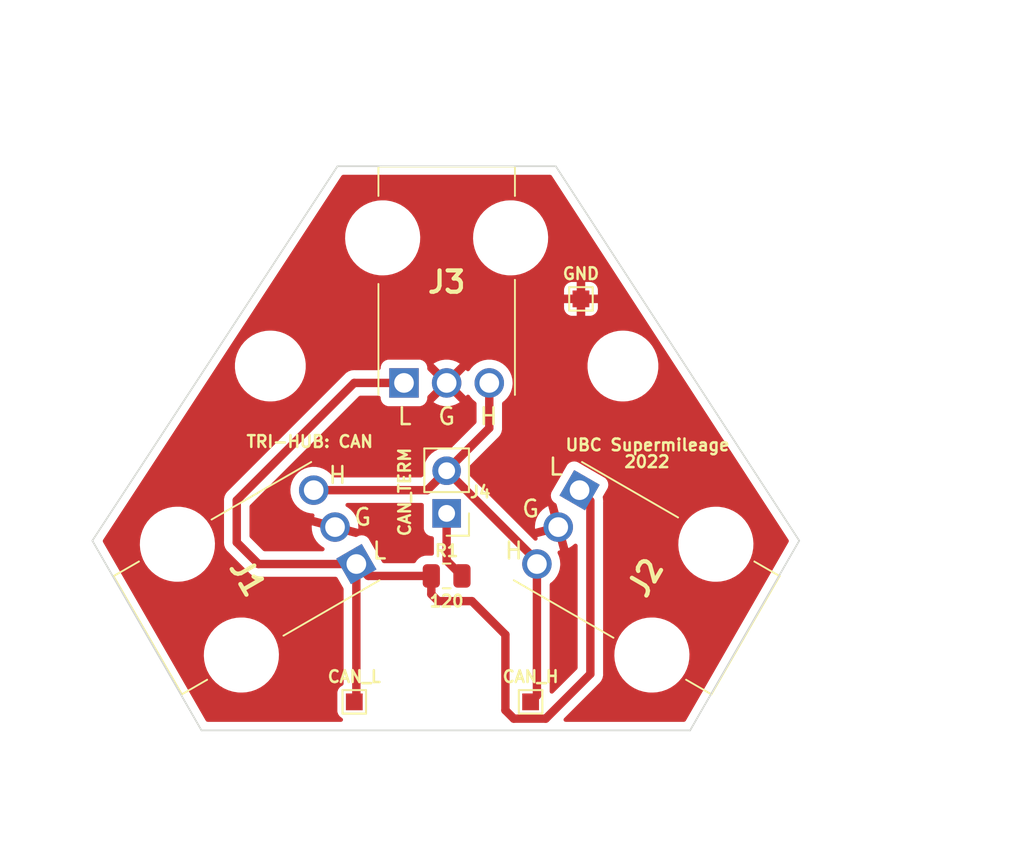
<source format=kicad_pcb>
(kicad_pcb (version 20211014) (generator pcbnew)
  (layers (0 "F.Cu" signal) (31 "B.Cu" signal) (34 "B.Paste" user) (35 "F.Paste" user) (36 "B.SilkS" user "B.Silkscreen") (37 "F.SilkS" user "F.Silkscreen") (38 "B.Mask" user) (39 "F.Mask" user) (44 "Edge.Cuts" user))
  (net 0 "")
  (net 1 "CAN_H")
  (net 2 "CAN_L")
  (net 3 "GND")
  (net 4 "Net-(J4-Pad1)")
  (footprint "Connector_PinHeader_2.54mm:PinHeader_1x02_P2.54mm_Vertical" (layer "F.Cu") (at 157.5 100.775 180)
    (fp_text reference "J4" (at -2 1.275) (layer "F.SilkS") (effects (font (size 0.7 0.7))))
    (fp_text value "CAN_TERM" (at 2.5 1.275 90) (layer "F.SilkS") (effects (font (size 0.7 0.7))))
    (fp_line (start -1.33 -1.33) (end 0 -1.33) (layer "F.SilkS") (width 0.12))
    (fp_line (start -1.33 1.27) (end -1.33 3.87) (layer "F.SilkS") (width 0.12))
    (fp_line (start -1.33 1.27) (end 1.33 1.27) (layer "F.SilkS") (width 0.12))
    (fp_line (start -1.33 0) (end -1.33 -1.33) (layer "F.SilkS") (width 0.12))
    (fp_line (start 1.33 1.27) (end 1.33 3.87) (layer "F.SilkS") (width 0.12))
    (fp_line (start -1.33 3.87) (end 1.33 3.87) (layer "F.SilkS") (width 0.12))
    (pad "1" thru_hole rect (at 0 0 180) (size 1.7 1.7) (drill 1) (layers *.Cu *.Mask) (net 4 "Net-(J4-Pad1)"))
    (pad "2" thru_hole oval (at 0 2.54 180) (size 1.7 1.7) (drill 1) (layers *.Cu *.Mask) (net 1 "CAN_H"))
  )
  (footprint "Resistor_SMD:R_0805_2012Metric" (layer "F.Cu") (at 157.5 104.5 180)
    (fp_text reference "R1" (at 0 1.5 180) (layer "F.SilkS") (effects (font (size 0.7 0.7))))
    (fp_text value "120" (at 0 -1.5) (layer "F.SilkS") (effects (font (size 0.7 0.7))))
    (fp_line (start -0.227064 0.735) (end 0.227064 0.735) (layer "F.SilkS") (width 0.12))
    (fp_line (start -0.227064 -0.735) (end 0.227064 -0.735) (layer "F.SilkS") (width 0.12))
    (pad "1" smd roundrect (at -0.9125 0 180) (size 1.025 1.4) (layers "F.Cu" "F.Paste" "F.Mask") (roundrect_rratio 0.243902439) (net 4 "Net-(J4-Pad1)"))
    (pad "2" smd roundrect (at 0.9125 0 180) (size 1.025 1.4) (layers "F.Cu" "F.Paste" "F.Mask") (roundrect_rratio 0.243902439) (net 2 "CAN_L"))
  )
  (footprint "TestPoint:TestPoint_Pad_1.0x1.0mm" (layer "F.Cu") (at 152 112)
    (fp_text reference "TP1" hide)
    (fp_text value "CAN_L" (at 0 -1.5) (layer "F.SilkS") (effects (font (size 0.7 0.7))))
    (fp_line (start -0.7 0.7) (end -0.7 -0.7) (layer "F.SilkS") (width 0.12))
    (fp_line (start 0.7 -0.7) (end 0.7 0.7) (layer "F.SilkS") (width 0.12))
    (fp_line (start 0.7 0.7) (end -0.7 0.7) (layer "F.SilkS") (width 0.12))
    (fp_line (start -0.7 -0.7) (end 0.7 -0.7) (layer "F.SilkS") (width 0.12))
    (pad "1" smd rect (at 0 0) (size 1 1) (layers "F.Cu" "F.Mask") (net 2 "CAN_L"))
  )
  (footprint "Connector_Molex:705510002" (layer "F.Cu") (at 154.96 93.006 180)
    (fp_text reference "J3" (at -2.54 6.006) (layer "F.SilkS") (effects (font (size 1.27 1.27) (thickness 0.254))))
    (fp_text value "CAN_3" hide)
    (fp_line (start -6.605 12.88) (end 1.46 12.88) (layer "F.SilkS") (width 0.1))
    (fp_line (start 1.525 11.14) (end 1.525 11.14) (layer "F.SilkS") (width 0.1))
    (fp_line (start -6.605 -0.71) (end -6.605 -0.71) (layer "F.SilkS") (width 0.1))
    (fp_line (start 1.46 12.88) (end -6.605 12.88) (layer "F.SilkS") (width 0.1))
    (fp_line (start 1.525 5.89) (end 1.525 -0.71) (layer "F.SilkS") (width 0.1))
    (fp_line (start 1.46 12.88) (end 1.46 12.88) (layer "F.SilkS") (width 0.1))
    (fp_line (start -6.605 -0.71) (end -6.605 6.14) (layer "F.SilkS") (width 0.1))
    (fp_line (start -6.605 12.88) (end -6.605 12.88) (layer "F.SilkS") (width 0.1))
    (fp_line (start -6.605 12.88) (end -6.605 11.14) (layer "F.SilkS") (width 0.1))
    (fp_line (start 1.525 12.89) (end 1.525 11.14) (layer "F.SilkS") (width 0.1))
    (fp_line (start -6.605 11.14) (end -6.605 11.14) (layer "F.SilkS") (width 0.1))
    (fp_line (start -6.605 6.14) (end -6.605 -0.71) (layer "F.SilkS") (width 0.1))
    (fp_line (start 1.525 11.14) (end 1.525 12.89) (layer "F.SilkS") (width 0.1))
    (fp_line (start 1.525 5.89) (end 1.525 5.89) (layer "F.SilkS") (width 0.1))
    (fp_line (start -6.605 11.14) (end -6.605 12.88) (layer "F.SilkS") (width 0.1))
    (fp_line (start 1.525 12.89) (end 1.525 12.89) (layer "F.SilkS") (width 0.1))
    (fp_line (start 1.525 -0.71) (end 1.525 -0.71) (layer "F.SilkS") (width 0.1))
    (fp_line (start -6.605 6.14) (end -6.605 6.14) (layer "F.SilkS") (width 0.1))
    (fp_line (start 1.525 -0.71) (end 1.525 5.89) (layer "F.SilkS") (width 0.1))
    (fp_line (start -6.605 12.88) (end -6.605 12.88) (layer "F.SilkS") (width 0.1))
    (pad "" np_thru_hole circle (at -6.35 8.64 180) (size 3.45 3.45) (drill 3.45) (layers *.Cu *.Mask))
    (pad "" np_thru_hole circle (at 1.27 8.64 180) (size 3.45 3.45) (drill 3.45) (layers *.Cu *.Mask))
    (pad "1" thru_hole rect (at 0 0 180) (size 1.755 1.755) (drill 1.17) (layers *.Cu *.Mask) (net 2 "CAN_L"))
    (pad "2" thru_hole circle (at -2.54 0 180) (size 1.755 1.755) (drill 1.17) (layers *.Cu *.Mask) (net 3 "GND"))
    (pad "3" thru_hole circle (at -5.08 0 180) (size 1.755 1.755) (drill 1.17) (layers *.Cu *.Mask) (net 1 "CAN_H"))
  )
  (footprint "MountingHole:MountingHole_3.2mm_M3" (layer "F.Cu") (at 157.5 110.5)
    (fp_text reference "H2" hide)
    (fp_text value "MountingHole")
    (pad "" np_thru_hole circle (at 0 0) (size 3.2 3.2) (drill 3.2) (layers *.Cu *.Mask))
  )
  (footprint "Connector_Molex:705510002" (layer "F.Cu") (at 165.417 99.392 60)
    (fp_text reference "J2" (at -2.54 6.006001 60) (layer "F.SilkS") (effects (font (size 1.27 1.27) (thickness 0.254))))
    (fp_text value "CAN_2" hide)
    (fp_line (start -6.605 12.88) (end -6.605 12.88) (layer "F.SilkS") (width 0.1))
    (fp_line (start 1.525 11.14) (end 1.525 12.89) (layer "F.SilkS") (width 0.1))
    (fp_line (start 1.525 12.89) (end 1.525 11.14) (layer "F.SilkS") (width 0.1))
    (fp_line (start 1.46 12.88) (end 1.46 12.88) (layer "F.SilkS") (width 0.1))
    (fp_line (start -6.605 6.14) (end -6.605 -0.71) (layer "F.SilkS") (width 0.1))
    (fp_line (start -6.605 11.14) (end -6.605 11.14) (layer "F.SilkS") (width 0.1))
    (fp_line (start -6.605 11.14) (end -6.605 12.88) (layer "F.SilkS") (width 0.1))
    (fp_line (start -6.605 -0.71) (end -6.605 6.14) (layer "F.SilkS") (width 0.1))
    (fp_line (start 1.525 -0.71) (end 1.525 5.89) (layer "F.SilkS") (width 0.1))
    (fp_line (start 1.525 12.89) (end 1.525 12.89) (layer "F.SilkS") (width 0.1))
    (fp_line (start -6.605 -0.71) (end -6.605 -0.71) (layer "F.SilkS") (width 0.1))
    (fp_line (start -6.605 12.88) (end 1.46 12.88) (layer "F.SilkS") (width 0.1))
    (fp_line (start 1.46 12.88) (end -6.605 12.88) (layer "F.SilkS") (width 0.1))
    (fp_line (start -6.605 6.14) (end -6.605 6.14) (layer "F.SilkS") (width 0.1))
    (fp_line (start 1.525 5.89) (end 1.525 -0.71) (layer "F.SilkS") (width 0.1))
    (fp_line (start 1.525 -0.71) (end 1.525 -0.71) (layer "F.SilkS") (width 0.1))
    (fp_line (start 1.525 5.89) (end 1.525 5.89) (layer "F.SilkS") (width 0.1))
    (fp_line (start -6.605 12.88) (end -6.605 12.88) (layer "F.SilkS") (width 0.1))
    (fp_line (start -6.605 12.88) (end -6.605 11.14) (layer "F.SilkS") (width 0.1))
    (fp_line (start 1.525 11.14) (end 1.525 11.14) (layer "F.SilkS") (width 0.1))
    (pad "" np_thru_hole circle (at -6.35 8.64 60) (size 3.45 3.45) (drill 3.45) (layers *.Cu *.Mask))
    (pad "" np_thru_hole circle (at 1.27 8.64 60) (size 3.45 3.45) (drill 3.45) (layers *.Cu *.Mask))
    (pad "1" thru_hole rect (at 0 0 60) (size 1.755 1.755) (drill 1.17) (layers *.Cu *.Mask) (net 2 "CAN_L"))
    (pad "2" thru_hole circle (at -2.54 0 60) (size 1.755 1.755) (drill 1.17) (layers *.Cu *.Mask) (net 3 "GND"))
    (pad "3" thru_hole circle (at -5.08 0 60) (size 1.755 1.755) (drill 1.17) (layers *.Cu *.Mask) (net 1 "CAN_H"))
  )
  (footprint "Connector_Molex:705510002" (layer "F.Cu") (at 152.123 103.791 -60)
    (fp_text reference "J1" (at -2.540001 6.006 120) (layer "F.SilkS") (effects (font (size 1.27 1.27) (thickness 0.254))))
    (fp_text value "CAN_1" hide)
    (fp_line (start -6.605 6.14) (end -6.605 -0.71) (layer "F.SilkS") (width 0.1))
    (fp_line (start 1.525 11.14) (end 1.525 11.14) (layer "F.SilkS") (width 0.1))
    (fp_line (start -6.605 11.14) (end -6.605 11.14) (layer "F.SilkS") (width 0.1))
    (fp_line (start -6.605 12.88) (end 1.46 12.88) (layer "F.SilkS") (width 0.1))
    (fp_line (start 1.46 12.88) (end 1.46 12.88) (layer "F.SilkS") (width 0.1))
    (fp_line (start -6.605 12.88) (end -6.605 12.88) (layer "F.SilkS") (width 0.1))
    (fp_line (start 1.525 -0.71) (end 1.525 5.89) (layer "F.SilkS") (width 0.1))
    (fp_line (start 1.525 11.14) (end 1.525 12.89) (layer "F.SilkS") (width 0.1))
    (fp_line (start 1.46 12.88) (end -6.605 12.88) (layer "F.SilkS") (width 0.1))
    (fp_line (start 1.525 12.89) (end 1.525 12.89) (layer "F.SilkS") (width 0.1))
    (fp_line (start 1.525 5.89) (end 1.525 5.89) (layer "F.SilkS") (width 0.1))
    (fp_line (start 1.525 -0.71) (end 1.525 -0.71) (layer "F.SilkS") (width 0.1))
    (fp_line (start 1.525 5.89) (end 1.525 -0.71) (layer "F.SilkS") (width 0.1))
    (fp_line (start -6.605 -0.71) (end -6.605 -0.71) (layer "F.SilkS") (width 0.1))
    (fp_line (start 1.525 12.89) (end 1.525 11.14) (layer "F.SilkS") (width 0.1))
    (fp_line (start -6.605 6.14) (end -6.605 6.14) (layer "F.SilkS") (width 0.1))
    (fp_line (start -6.605 12.88) (end -6.605 11.14) (layer "F.SilkS") (width 0.1))
    (fp_line (start -6.605 12.88) (end -6.605 12.88) (layer "F.SilkS") (width 0.1))
    (fp_line (start -6.605 11.14) (end -6.605 12.88) (layer "F.SilkS") (width 0.1))
    (fp_line (start -6.605 -0.71) (end -6.605 6.14) (layer "F.SilkS") (width 0.1))
    (pad "" np_thru_hole circle (at 1.27 8.64 300) (size 3.45 3.45) (drill 3.45) (layers *.Cu *.Mask))
    (pad "" np_thru_hole circle (at -6.35 8.64 300) (size 3.45 3.45) (drill 3.45) (layers *.Cu *.Mask))
    (pad "1" thru_hole rect (at 0 0 300) (size 1.755 1.755) (drill 1.17) (layers *.Cu *.Mask) (net 2 "CAN_L"))
    (pad "2" thru_hole circle (at -2.54 0 300) (size 1.755 1.755) (drill 1.17) (layers *.Cu *.Mask) (net 3 "GND"))
    (pad "3" thru_hole circle (at -5.08 0 300) (size 1.755 1.755) (drill 1.17) (layers *.Cu *.Mask) (net 1 "CAN_H"))
  )
  (footprint "TestPoint:TestPoint_Pad_1.0x1.0mm" (layer "F.Cu") (at 165.5 88)
    (fp_text reference "TP2" hide)
    (fp_text value "GND" (at 0 -1.5) (layer "F.SilkS") (effects (font (size 0.7 0.7))))
    (fp_line (start 0.7 -0.7) (end 0.7 0.7) (layer "F.SilkS") (width 0.12))
    (fp_line (start 0.7 0.7) (end -0.7 0.7) (layer "F.SilkS") (width 0.12))
    (fp_line (start -0.7 -0.7) (end 0.7 -0.7) (layer "F.SilkS") (width 0.12))
    (fp_line (start -0.7 0.7) (end -0.7 -0.7) (layer "F.SilkS") (width 0.12))
    (pad "1" smd rect (at 0 0) (size 1 1) (layers "F.Cu" "F.Mask") (net 3 "GND"))
  )
  (footprint "TestPoint:TestPoint_Pad_1.0x1.0mm" (layer "F.Cu") (at 162.5 112)
    (fp_text reference "TP3" hide)
    (fp_text value "CAN_H" (at 0 -1.5) (layer "F.SilkS") (effects (font (size 0.7 0.7))))
    (fp_line (start -0.7 0.7) (end -0.7 -0.7) (layer "F.SilkS") (width 0.12))
    (fp_line (start -0.7 -0.7) (end 0.7 -0.7) (layer "F.SilkS") (width 0.12))
    (fp_line (start 0.7 -0.7) (end 0.7 0.7) (layer "F.SilkS") (width 0.12))
    (fp_line (start 0.7 0.7) (end -0.7 0.7) (layer "F.SilkS") (width 0.12))
    (pad "1" smd rect (at 0 0) (size 1 1) (layers "F.Cu" "F.Mask") (net 1 "CAN_H"))
  )
  (footprint "MountingHole:MountingHole_3.2mm_M3" (layer "F.Cu") (at 168 92)
    (fp_text reference "H1" hide)
    (fp_text value "MountingHole")
    (pad "" np_thru_hole circle (at 0 0) (size 3.2 3.2) (drill 3.2) (layers *.Cu *.Mask))
  )
  (footprint "MountingHole:MountingHole_3.2mm_M3" (layer "F.Cu") (at 147 92)
    (fp_text reference "H3" hide)
    (fp_text value "MountingHole")
    (pad "" np_thru_hole circle (at 0 0) (size 3.2 3.2) (drill 3.2) (layers *.Cu *.Mask))
  )
  (gr_line (start 172 113.7) (end 142.9 113.7) (layer "Edge.Cuts") (width 0.1))
  (gr_line (start 136.4 102.4) (end 142.9 113.7) (layer "Edge.Cuts") (width 0.1))
  (gr_line (start 151 80.1) (end 164 80.1) (layer "Edge.Cuts") (width 0.1))
  (gr_line (start 136.4 102.4) (end 151 80.1) (layer "Edge.Cuts") (width 0.1))
  (gr_line (start 178.5 102.4) (end 164 80.1) (layer "Edge.Cuts") (width 0.1))
  (gr_line (start 172 113.7) (end 178.5 102.4) (layer "Edge.Cuts") (width 0.1))
  (gr_text "UBC Supermileage\n" (at 164.5 96.7) (layer "F.SilkS") (effects (font (size 0.7 0.7)) (justify left)))
  (gr_text "G" (at 152.5 101) (layer "F.SilkS") (effects (font (size 1 1))))
  (gr_text "L" (at 153.5 103) (layer "F.SilkS") (effects (font (size 1 1))))
  (gr_text "G" (at 162.5 100.5) (layer "F.SilkS") (effects (font (size 1 1))))
  (gr_text "L" (at 155 95) (layer "F.SilkS") (effects (font (size 1 1))))
  (gr_text "H" (at 161.5 103) (layer "F.SilkS") (effects (font (size 1 1))))
  (gr_text "2022" (at 168 97.7) (layer "F.SilkS") (effects (font (size 0.7 0.7)) (justify left)))
  (gr_text "G" (at 157.5 95) (layer "F.SilkS") (effects (font (size 1 1))))
  (gr_text "H" (at 151 98.5) (layer "F.SilkS") (effects (font (size 1 1))))
  (gr_text "L" (at 164 98) (layer "F.SilkS") (effects (font (size 1 1))))
  (gr_text "H" (at 160 95) (layer "F.SilkS") (effects (font (size 1 1))))
  (gr_text "TRI-HUB: CAN" (at 145.5 96.5) (layer "F.SilkS") (effects (font (size 0.7 0.7)) (justify left)))
  (segment (start 162.877 111.623) (end 162.5 112) (width 0.5) (layer "F.Cu") (net 1))
  (segment (start 160.04 93.006) (end 160.04 95.695) (width 0.5) (layer "F.Cu") (net 1))
  (segment (start 157.5 98.235) (end 162.877 103.612) (width 0.5) (layer "F.Cu") (net 1))
  (segment (start 160.04 95.695) (end 157.5 98.235) (width 0.5) (layer "F.Cu") (net 1))
  (segment (start 162.877 103.612) (end 162.877 103.791409) (width 0.5) (layer "F.Cu") (net 1))
  (segment (start 149.583 99.391591) (end 156.343409 99.391591) (width 0.5) (layer "F.Cu") (net 1))
  (segment (start 162.877 103.791409) (end 162.877 111.623) (width 0.5) (layer "F.Cu") (net 1))
  (segment (start 156.343409 99.391591) (end 157.5 98.235) (width 0.5) (layer "F.Cu") (net 1))
  (segment (start 161 108) (end 161 112.5) (width 0.5) (layer "F.Cu") (net 2))
  (segment (start 166.059374 100.034374) (end 166.059374 110.340626) (width 0.5) (layer "F.Cu") (net 2))
  (segment (start 146.291 103.791) (end 152.123 103.791) (width 0.5) (layer "F.Cu") (net 2))
  (segment (start 165.417 99.392) (end 166.059374 100.034374) (width 0.5) (layer "F.Cu") (net 2))
  (segment (start 151.994 93.006) (end 145 100) (width 0.5) (layer "F.Cu") (net 2))
  (segment (start 163.4 113) (end 161.5 113) (width 0.5) (layer "F.Cu") (net 2))
  (segment (start 152.832 104.5) (end 152.123 103.791) (width 0.5) (layer "F.Cu") (net 2))
  (segment (start 157 106) (end 156.5875 105.5875) (width 0.5) (layer "F.Cu") (net 2))
  (segment (start 152.123 111.877) (end 152 112) (width 0.5) (layer "F.Cu") (net 2))
  (segment (start 161.5 113) (end 161 112.5) (width 0.5) (layer "F.Cu") (net 2))
  (segment (start 157 106) (end 159 106) (width 0.5) (layer "F.Cu") (net 2))
  (segment (start 156.5875 105.5875) (end 156.5875 104.5) (width 0.5) (layer "F.Cu") (net 2))
  (segment (start 159 106) (end 161 108) (width 0.5) (layer "F.Cu") (net 2))
  (segment (start 145 102.5) (end 146.291 103.791) (width 0.5) (layer "F.Cu") (net 2))
  (segment (start 152.123 103.791) (end 152.123 111.877) (width 0.5) (layer "F.Cu") (net 2))
  (segment (start 154.96 93.006) (end 151.994 93.006) (width 0.5) (layer "F.Cu") (net 2))
  (segment (start 145 100) (end 145 102.5) (width 0.5) (layer "F.Cu") (net 2))
  (segment (start 156.5875 104.5) (end 152.832 104.5) (width 0.5) (layer "F.Cu") (net 2))
  (segment (start 166.059374 110.340626) (end 163.4 113) (width 0.5) (layer "F.Cu") (net 2))
  (segment (start 157.5 103.5875) (end 158.4125 104.5) (width 0.5) (layer "F.Cu") (net 4))
  (segment (start 157.5 100.775) (end 157.5 103.5875) (width 0.5) (layer "F.Cu") (net 4))
  (zone (net 3) (net_name "GND") (layer "F.Cu") (connect_pads (clearance 0.508)) (min_thickness 0.254) (fill yes (thermal_gap 0.508) (thermal_bridge_width 0.508))
    (polygon (pts (xy 191.9 121.8) (xy 130.9 120.9) (xy 131.8 70.2) (xy 191.5 70.2)))
  )
)
</source>
